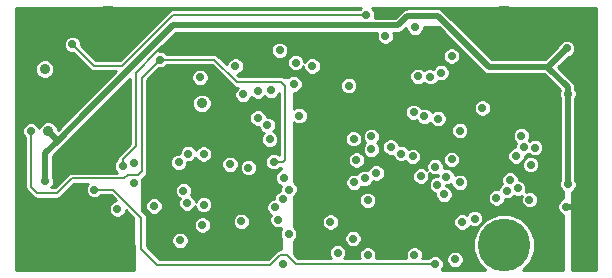
<source format=gbr>
G04 (created by PCBNEW (2013-mar-13)-testing) date Mon 17 Mar 2014 10:10:55 PM CET*
%MOIN*%
G04 Gerber Fmt 3.4, Leading zero omitted, Abs format*
%FSLAX34Y34*%
G01*
G70*
G90*
G04 APERTURE LIST*
%ADD10C,0.005906*%
%ADD11C,0.175197*%
%ADD12C,0.027795*%
%ADD13C,0.035433*%
%ADD14C,0.008000*%
%ADD15C,0.020000*%
%ADD16C,0.014000*%
%ADD17C,0.010000*%
G04 APERTURE END LIST*
G54D10*
G54D11*
X29035Y-11220D03*
X29035Y-18307D03*
X15846Y-18307D03*
X15846Y-11220D03*
G54D12*
X28051Y-17421D03*
X27637Y-17539D03*
X21141Y-14311D03*
X29685Y-15039D03*
X29429Y-15334D03*
X16141Y-17106D03*
X21673Y-18937D03*
X26732Y-18937D03*
X15374Y-16456D03*
X14645Y-11614D03*
X24448Y-10629D03*
X26830Y-14094D03*
X26377Y-14015D03*
X26023Y-13877D03*
X27106Y-16023D03*
X26732Y-15688D03*
X26574Y-12696D03*
X26161Y-12677D03*
X24780Y-15900D03*
X27559Y-16220D03*
X21259Y-13149D03*
X29232Y-16141D03*
X27283Y-12007D03*
X27283Y-15452D03*
X25078Y-11338D03*
X26929Y-12559D03*
X26062Y-11043D03*
X27559Y-14488D03*
X24015Y-14763D03*
X21220Y-14780D03*
X18464Y-16909D03*
X24488Y-16811D03*
X18188Y-15551D03*
X24606Y-15118D03*
X20511Y-15728D03*
X16685Y-15559D03*
X18346Y-16496D03*
X18503Y-15255D03*
X19901Y-15610D03*
X24606Y-14685D03*
X24035Y-16220D03*
X21397Y-17047D03*
X24389Y-16082D03*
X21653Y-16771D03*
X21850Y-17933D03*
X23484Y-18562D03*
X18110Y-15944D03*
X18917Y-13149D03*
X19094Y-16279D03*
X20925Y-16279D03*
X20157Y-13622D03*
X27027Y-16614D03*
X28779Y-16732D03*
X26811Y-16299D03*
X29133Y-16496D03*
X23996Y-18090D03*
X23248Y-17539D03*
X29488Y-16417D03*
X29881Y-16791D03*
X30059Y-15059D03*
X29921Y-15629D03*
X25610Y-15255D03*
X20826Y-13169D03*
X20334Y-13287D03*
X25255Y-15039D03*
G54D13*
X13838Y-14507D03*
G54D12*
X31122Y-11751D03*
X31161Y-13267D03*
X31161Y-16279D03*
X13740Y-16181D03*
X13267Y-14507D03*
X17559Y-12125D03*
X21358Y-15531D03*
X24114Y-15472D03*
G54D13*
X13720Y-12440D03*
G54D12*
X25984Y-15354D03*
X20078Y-12342D03*
X15586Y-14826D03*
X18897Y-12716D03*
X19023Y-16960D03*
G54D13*
X13740Y-12933D03*
X14212Y-10748D03*
G54D12*
X17362Y-17007D03*
X22204Y-13996D03*
X20826Y-14074D03*
X19015Y-15275D03*
X21870Y-16456D03*
G54D13*
X18956Y-13582D03*
G54D12*
X16692Y-16240D03*
X20275Y-17519D03*
X18228Y-18149D03*
X26259Y-16003D03*
X27401Y-18779D03*
X21555Y-11811D03*
X24488Y-18641D03*
X22027Y-12933D03*
X28307Y-13740D03*
X29606Y-14665D03*
X21692Y-16062D03*
X23858Y-12992D03*
X31102Y-12500D03*
X31102Y-17027D03*
X13779Y-17027D03*
X26043Y-18641D03*
X22637Y-12342D03*
X22086Y-12224D03*
X18976Y-17637D03*
X21496Y-17460D03*
X16318Y-15669D03*
X29606Y-14173D03*
G54D13*
X22066Y-11791D03*
G54D12*
X29232Y-12775D03*
X23858Y-13740D03*
X22480Y-17539D03*
X27874Y-17913D03*
X25118Y-18641D03*
G54D14*
X26732Y-18937D02*
X22086Y-18937D01*
X22086Y-18937D02*
X21968Y-18818D01*
X21968Y-18818D02*
X21929Y-18779D01*
X16003Y-16456D02*
X15374Y-16456D01*
X16948Y-17401D02*
X16003Y-16456D01*
X16948Y-18425D02*
X16948Y-17401D01*
X17480Y-18956D02*
X16948Y-18425D01*
X21240Y-18956D02*
X17480Y-18956D01*
X21555Y-18641D02*
X21240Y-18956D01*
X21791Y-18641D02*
X21555Y-18641D01*
X21929Y-18779D02*
X21791Y-18641D01*
X15374Y-12322D02*
X15354Y-12322D01*
X15354Y-12322D02*
X14645Y-11614D01*
X24448Y-10629D02*
X17992Y-10629D01*
X16299Y-12322D02*
X15374Y-12322D01*
X17992Y-10629D02*
X16299Y-12322D01*
G54D15*
X14153Y-14822D02*
X13838Y-14507D01*
X26929Y-10767D02*
X26830Y-10669D01*
X15157Y-13818D02*
X17578Y-11397D01*
X17578Y-11397D02*
X17893Y-11082D01*
X15157Y-13818D02*
X14153Y-14822D01*
X26830Y-10669D02*
X25807Y-10669D01*
X25807Y-10669D02*
X25492Y-10984D01*
X25492Y-10984D02*
X17992Y-10984D01*
X17992Y-10984D02*
X17893Y-11082D01*
X26929Y-10767D02*
X28523Y-12362D01*
X30511Y-12362D02*
X28523Y-12362D01*
X14153Y-14822D02*
X13740Y-15236D01*
X13740Y-15236D02*
X13740Y-16181D01*
X30511Y-12362D02*
X31122Y-11751D01*
X30511Y-12362D02*
X30511Y-12401D01*
X31161Y-13051D02*
X31161Y-13267D01*
X30511Y-12401D02*
X31161Y-13051D01*
X31161Y-16279D02*
X31161Y-13267D01*
G54D16*
X13740Y-15236D02*
X13740Y-16181D01*
G54D14*
X16482Y-15978D02*
X16828Y-15978D01*
X16952Y-15854D02*
X16952Y-12732D01*
X16828Y-15978D02*
X16952Y-15854D01*
X17559Y-12125D02*
X19370Y-12125D01*
X19370Y-12125D02*
X20118Y-12874D01*
X15787Y-16082D02*
X16377Y-16082D01*
X16377Y-16082D02*
X16482Y-15978D01*
X17559Y-12125D02*
X16952Y-12732D01*
X13267Y-14507D02*
X13267Y-16377D01*
X13464Y-16574D02*
X13267Y-16377D01*
X14133Y-16574D02*
X13464Y-16574D01*
X14625Y-16082D02*
X14133Y-16574D01*
X14822Y-16082D02*
X14625Y-16082D01*
X15787Y-16082D02*
X14822Y-16082D01*
X21673Y-15531D02*
X21732Y-15472D01*
X21358Y-15531D02*
X21673Y-15531D01*
X21614Y-12874D02*
X20118Y-12874D01*
X21732Y-12992D02*
X21614Y-12874D01*
X21732Y-15472D02*
X21732Y-12992D01*
G54D15*
X31102Y-17027D02*
X31358Y-17027D01*
G54D14*
X17431Y-11879D02*
X17952Y-11358D01*
X17952Y-11358D02*
X21279Y-11358D01*
X16318Y-15669D02*
X16318Y-15452D01*
X16751Y-15019D02*
X16751Y-12559D01*
X16318Y-15452D02*
X16751Y-15019D01*
X21633Y-11358D02*
X22066Y-11791D01*
X21279Y-11358D02*
X21633Y-11358D01*
X16751Y-12559D02*
X17431Y-11879D01*
G54D10*
G36*
X21603Y-18451D02*
X21555Y-18451D01*
X21555Y-18451D01*
X21543Y-18454D01*
X21482Y-18466D01*
X21420Y-18507D01*
X21420Y-18507D01*
X21161Y-18766D01*
X20800Y-18766D01*
X20800Y-15671D01*
X20756Y-15564D01*
X20675Y-15483D01*
X20569Y-15439D01*
X20454Y-15439D01*
X20348Y-15483D01*
X20266Y-15564D01*
X20222Y-15670D01*
X20222Y-15785D01*
X20266Y-15891D01*
X20347Y-15973D01*
X20454Y-16017D01*
X20569Y-16017D01*
X20675Y-15973D01*
X20756Y-15892D01*
X20800Y-15786D01*
X20800Y-15671D01*
X20800Y-18766D01*
X20564Y-18766D01*
X20564Y-17462D01*
X20520Y-17356D01*
X20439Y-17274D01*
X20333Y-17230D01*
X20218Y-17230D01*
X20190Y-17242D01*
X20190Y-15553D01*
X20146Y-15446D01*
X20065Y-15365D01*
X19959Y-15321D01*
X19844Y-15321D01*
X19738Y-15365D01*
X19656Y-15446D01*
X19612Y-15552D01*
X19612Y-15667D01*
X19656Y-15773D01*
X19737Y-15855D01*
X19843Y-15899D01*
X19958Y-15899D01*
X20065Y-15855D01*
X20146Y-15774D01*
X20190Y-15667D01*
X20190Y-15553D01*
X20190Y-17242D01*
X20112Y-17274D01*
X20030Y-17355D01*
X19986Y-17461D01*
X19986Y-17576D01*
X20030Y-17683D01*
X20111Y-17764D01*
X20217Y-17808D01*
X20332Y-17808D01*
X20439Y-17764D01*
X20520Y-17683D01*
X20564Y-17577D01*
X20564Y-17462D01*
X20564Y-18766D01*
X19312Y-18766D01*
X19312Y-16903D01*
X19304Y-16884D01*
X19304Y-15218D01*
X19283Y-15167D01*
X19283Y-13517D01*
X19234Y-13397D01*
X19186Y-13349D01*
X19186Y-12659D01*
X19142Y-12553D01*
X19061Y-12471D01*
X18955Y-12427D01*
X18840Y-12427D01*
X18734Y-12471D01*
X18652Y-12552D01*
X18608Y-12658D01*
X18608Y-12773D01*
X18652Y-12880D01*
X18733Y-12961D01*
X18839Y-13005D01*
X18954Y-13005D01*
X19061Y-12961D01*
X19142Y-12880D01*
X19186Y-12774D01*
X19186Y-12659D01*
X19186Y-13349D01*
X19142Y-13305D01*
X19022Y-13255D01*
X18891Y-13255D01*
X18771Y-13305D01*
X18679Y-13397D01*
X18629Y-13517D01*
X18629Y-13647D01*
X18679Y-13767D01*
X18771Y-13859D01*
X18891Y-13909D01*
X19021Y-13909D01*
X19141Y-13860D01*
X19233Y-13768D01*
X19283Y-13648D01*
X19283Y-13517D01*
X19283Y-15167D01*
X19260Y-15112D01*
X19179Y-15030D01*
X19073Y-14986D01*
X18958Y-14986D01*
X18852Y-15030D01*
X18770Y-15111D01*
X18763Y-15128D01*
X18749Y-15092D01*
X18667Y-15011D01*
X18561Y-14966D01*
X18446Y-14966D01*
X18340Y-15010D01*
X18259Y-15091D01*
X18215Y-15198D01*
X18214Y-15262D01*
X18131Y-15262D01*
X18025Y-15306D01*
X17944Y-15387D01*
X17900Y-15493D01*
X17899Y-15608D01*
X17943Y-15714D01*
X18025Y-15796D01*
X18131Y-15840D01*
X18246Y-15840D01*
X18352Y-15796D01*
X18433Y-15715D01*
X18477Y-15608D01*
X18477Y-15544D01*
X18561Y-15544D01*
X18667Y-15501D01*
X18748Y-15419D01*
X18755Y-15403D01*
X18770Y-15439D01*
X18851Y-15520D01*
X18958Y-15564D01*
X19072Y-15564D01*
X19179Y-15520D01*
X19260Y-15439D01*
X19304Y-15333D01*
X19304Y-15218D01*
X19304Y-16884D01*
X19268Y-16797D01*
X19187Y-16715D01*
X19081Y-16671D01*
X18966Y-16671D01*
X18860Y-16715D01*
X18778Y-16796D01*
X18753Y-16857D01*
X18753Y-16852D01*
X18709Y-16745D01*
X18628Y-16664D01*
X18595Y-16650D01*
X18635Y-16553D01*
X18635Y-16438D01*
X18591Y-16332D01*
X18510Y-16251D01*
X18404Y-16207D01*
X18289Y-16207D01*
X18182Y-16250D01*
X18101Y-16332D01*
X18057Y-16438D01*
X18057Y-16553D01*
X18101Y-16659D01*
X18182Y-16740D01*
X18215Y-16754D01*
X18175Y-16851D01*
X18175Y-16966D01*
X18219Y-17072D01*
X18300Y-17154D01*
X18406Y-17198D01*
X18521Y-17198D01*
X18628Y-17154D01*
X18709Y-17073D01*
X18734Y-17012D01*
X18734Y-17017D01*
X18778Y-17124D01*
X18859Y-17205D01*
X18965Y-17249D01*
X19080Y-17249D01*
X19187Y-17205D01*
X19268Y-17124D01*
X19312Y-17018D01*
X19312Y-16903D01*
X19312Y-18766D01*
X19265Y-18766D01*
X19265Y-17580D01*
X19221Y-17474D01*
X19140Y-17392D01*
X19034Y-17348D01*
X18919Y-17348D01*
X18812Y-17392D01*
X18731Y-17473D01*
X18687Y-17580D01*
X18687Y-17695D01*
X18731Y-17801D01*
X18812Y-17882D01*
X18918Y-17926D01*
X19033Y-17926D01*
X19139Y-17882D01*
X19221Y-17801D01*
X19265Y-17695D01*
X19265Y-17580D01*
X19265Y-18766D01*
X18517Y-18766D01*
X18517Y-18092D01*
X18473Y-17986D01*
X18392Y-17904D01*
X18286Y-17860D01*
X18171Y-17860D01*
X18064Y-17904D01*
X17983Y-17985D01*
X17939Y-18091D01*
X17939Y-18206D01*
X17983Y-18313D01*
X18064Y-18394D01*
X18170Y-18438D01*
X18285Y-18438D01*
X18391Y-18394D01*
X18473Y-18313D01*
X18517Y-18207D01*
X18517Y-18092D01*
X18517Y-18766D01*
X17651Y-18766D01*
X17651Y-16950D01*
X17607Y-16844D01*
X17526Y-16763D01*
X17419Y-16718D01*
X17304Y-16718D01*
X17198Y-16762D01*
X17117Y-16843D01*
X17073Y-16950D01*
X17073Y-17065D01*
X17117Y-17171D01*
X17198Y-17252D01*
X17304Y-17296D01*
X17419Y-17296D01*
X17525Y-17252D01*
X17607Y-17171D01*
X17651Y-17065D01*
X17651Y-16950D01*
X17651Y-18766D01*
X17559Y-18766D01*
X17138Y-18346D01*
X17138Y-17401D01*
X17124Y-17328D01*
X17083Y-17267D01*
X17083Y-17267D01*
X16978Y-17162D01*
X16977Y-16308D01*
X16981Y-16297D01*
X16981Y-16182D01*
X16977Y-16171D01*
X16977Y-16098D01*
X17087Y-15988D01*
X17128Y-15927D01*
X17142Y-15854D01*
X17142Y-12810D01*
X17538Y-12414D01*
X17616Y-12415D01*
X17722Y-12371D01*
X17777Y-12315D01*
X19291Y-12315D01*
X19983Y-13008D01*
X19983Y-13008D01*
X20045Y-13049D01*
X20118Y-13064D01*
X20118Y-13064D01*
X20118Y-13064D01*
X20149Y-13064D01*
X20089Y-13123D01*
X20045Y-13229D01*
X20045Y-13344D01*
X20089Y-13450D01*
X20170Y-13532D01*
X20276Y-13576D01*
X20391Y-13576D01*
X20498Y-13532D01*
X20579Y-13451D01*
X20614Y-13366D01*
X20662Y-13414D01*
X20769Y-13458D01*
X20884Y-13458D01*
X20990Y-13414D01*
X21053Y-13351D01*
X21095Y-13394D01*
X21202Y-13438D01*
X21317Y-13438D01*
X21423Y-13394D01*
X21504Y-13313D01*
X21542Y-13222D01*
X21542Y-15306D01*
X21522Y-15286D01*
X21509Y-15281D01*
X21509Y-14722D01*
X21465Y-14616D01*
X21383Y-14535D01*
X21343Y-14518D01*
X21386Y-14474D01*
X21430Y-14368D01*
X21430Y-14253D01*
X21386Y-14147D01*
X21305Y-14066D01*
X21199Y-14022D01*
X21115Y-14022D01*
X21115Y-14017D01*
X21071Y-13911D01*
X20990Y-13829D01*
X20884Y-13785D01*
X20769Y-13785D01*
X20663Y-13829D01*
X20581Y-13910D01*
X20537Y-14017D01*
X20537Y-14132D01*
X20581Y-14238D01*
X20662Y-14319D01*
X20769Y-14363D01*
X20852Y-14363D01*
X20852Y-14368D01*
X20896Y-14474D01*
X20977Y-14555D01*
X21018Y-14572D01*
X20975Y-14616D01*
X20931Y-14722D01*
X20930Y-14837D01*
X20974Y-14943D01*
X21056Y-15024D01*
X21162Y-15068D01*
X21277Y-15069D01*
X21383Y-15025D01*
X21464Y-14943D01*
X21508Y-14837D01*
X21509Y-14722D01*
X21509Y-15281D01*
X21416Y-15242D01*
X21301Y-15242D01*
X21194Y-15286D01*
X21113Y-15367D01*
X21069Y-15473D01*
X21069Y-15588D01*
X21113Y-15694D01*
X21194Y-15776D01*
X21300Y-15820D01*
X21415Y-15820D01*
X21521Y-15776D01*
X21576Y-15721D01*
X21603Y-15721D01*
X21603Y-15787D01*
X21529Y-15817D01*
X21448Y-15899D01*
X21403Y-16005D01*
X21403Y-16120D01*
X21447Y-16226D01*
X21529Y-16307D01*
X21603Y-16338D01*
X21603Y-16345D01*
X21581Y-16398D01*
X21581Y-16488D01*
X21490Y-16526D01*
X21408Y-16607D01*
X21364Y-16713D01*
X21364Y-16758D01*
X21340Y-16758D01*
X21234Y-16802D01*
X21152Y-16883D01*
X21108Y-16989D01*
X21108Y-17104D01*
X21152Y-17210D01*
X21233Y-17292D01*
X21250Y-17298D01*
X21207Y-17402D01*
X21207Y-17517D01*
X21250Y-17624D01*
X21332Y-17705D01*
X21438Y-17749D01*
X21553Y-17749D01*
X21603Y-17728D01*
X21603Y-17774D01*
X21561Y-17875D01*
X21561Y-17990D01*
X21603Y-18092D01*
X21603Y-18451D01*
X21603Y-18451D01*
G37*
G54D17*
X21603Y-18451D02*
X21555Y-18451D01*
X21555Y-18451D01*
X21543Y-18454D01*
X21482Y-18466D01*
X21420Y-18507D01*
X21420Y-18507D01*
X21161Y-18766D01*
X20800Y-18766D01*
X20800Y-15671D01*
X20756Y-15564D01*
X20675Y-15483D01*
X20569Y-15439D01*
X20454Y-15439D01*
X20348Y-15483D01*
X20266Y-15564D01*
X20222Y-15670D01*
X20222Y-15785D01*
X20266Y-15891D01*
X20347Y-15973D01*
X20454Y-16017D01*
X20569Y-16017D01*
X20675Y-15973D01*
X20756Y-15892D01*
X20800Y-15786D01*
X20800Y-15671D01*
X20800Y-18766D01*
X20564Y-18766D01*
X20564Y-17462D01*
X20520Y-17356D01*
X20439Y-17274D01*
X20333Y-17230D01*
X20218Y-17230D01*
X20190Y-17242D01*
X20190Y-15553D01*
X20146Y-15446D01*
X20065Y-15365D01*
X19959Y-15321D01*
X19844Y-15321D01*
X19738Y-15365D01*
X19656Y-15446D01*
X19612Y-15552D01*
X19612Y-15667D01*
X19656Y-15773D01*
X19737Y-15855D01*
X19843Y-15899D01*
X19958Y-15899D01*
X20065Y-15855D01*
X20146Y-15774D01*
X20190Y-15667D01*
X20190Y-15553D01*
X20190Y-17242D01*
X20112Y-17274D01*
X20030Y-17355D01*
X19986Y-17461D01*
X19986Y-17576D01*
X20030Y-17683D01*
X20111Y-17764D01*
X20217Y-17808D01*
X20332Y-17808D01*
X20439Y-17764D01*
X20520Y-17683D01*
X20564Y-17577D01*
X20564Y-17462D01*
X20564Y-18766D01*
X19312Y-18766D01*
X19312Y-16903D01*
X19304Y-16884D01*
X19304Y-15218D01*
X19283Y-15167D01*
X19283Y-13517D01*
X19234Y-13397D01*
X19186Y-13349D01*
X19186Y-12659D01*
X19142Y-12553D01*
X19061Y-12471D01*
X18955Y-12427D01*
X18840Y-12427D01*
X18734Y-12471D01*
X18652Y-12552D01*
X18608Y-12658D01*
X18608Y-12773D01*
X18652Y-12880D01*
X18733Y-12961D01*
X18839Y-13005D01*
X18954Y-13005D01*
X19061Y-12961D01*
X19142Y-12880D01*
X19186Y-12774D01*
X19186Y-12659D01*
X19186Y-13349D01*
X19142Y-13305D01*
X19022Y-13255D01*
X18891Y-13255D01*
X18771Y-13305D01*
X18679Y-13397D01*
X18629Y-13517D01*
X18629Y-13647D01*
X18679Y-13767D01*
X18771Y-13859D01*
X18891Y-13909D01*
X19021Y-13909D01*
X19141Y-13860D01*
X19233Y-13768D01*
X19283Y-13648D01*
X19283Y-13517D01*
X19283Y-15167D01*
X19260Y-15112D01*
X19179Y-15030D01*
X19073Y-14986D01*
X18958Y-14986D01*
X18852Y-15030D01*
X18770Y-15111D01*
X18763Y-15128D01*
X18749Y-15092D01*
X18667Y-15011D01*
X18561Y-14966D01*
X18446Y-14966D01*
X18340Y-15010D01*
X18259Y-15091D01*
X18215Y-15198D01*
X18214Y-15262D01*
X18131Y-15262D01*
X18025Y-15306D01*
X17944Y-15387D01*
X17900Y-15493D01*
X17899Y-15608D01*
X17943Y-15714D01*
X18025Y-15796D01*
X18131Y-15840D01*
X18246Y-15840D01*
X18352Y-15796D01*
X18433Y-15715D01*
X18477Y-15608D01*
X18477Y-15544D01*
X18561Y-15544D01*
X18667Y-15501D01*
X18748Y-15419D01*
X18755Y-15403D01*
X18770Y-15439D01*
X18851Y-15520D01*
X18958Y-15564D01*
X19072Y-15564D01*
X19179Y-15520D01*
X19260Y-15439D01*
X19304Y-15333D01*
X19304Y-15218D01*
X19304Y-16884D01*
X19268Y-16797D01*
X19187Y-16715D01*
X19081Y-16671D01*
X18966Y-16671D01*
X18860Y-16715D01*
X18778Y-16796D01*
X18753Y-16857D01*
X18753Y-16852D01*
X18709Y-16745D01*
X18628Y-16664D01*
X18595Y-16650D01*
X18635Y-16553D01*
X18635Y-16438D01*
X18591Y-16332D01*
X18510Y-16251D01*
X18404Y-16207D01*
X18289Y-16207D01*
X18182Y-16250D01*
X18101Y-16332D01*
X18057Y-16438D01*
X18057Y-16553D01*
X18101Y-16659D01*
X18182Y-16740D01*
X18215Y-16754D01*
X18175Y-16851D01*
X18175Y-16966D01*
X18219Y-17072D01*
X18300Y-17154D01*
X18406Y-17198D01*
X18521Y-17198D01*
X18628Y-17154D01*
X18709Y-17073D01*
X18734Y-17012D01*
X18734Y-17017D01*
X18778Y-17124D01*
X18859Y-17205D01*
X18965Y-17249D01*
X19080Y-17249D01*
X19187Y-17205D01*
X19268Y-17124D01*
X19312Y-17018D01*
X19312Y-16903D01*
X19312Y-18766D01*
X19265Y-18766D01*
X19265Y-17580D01*
X19221Y-17474D01*
X19140Y-17392D01*
X19034Y-17348D01*
X18919Y-17348D01*
X18812Y-17392D01*
X18731Y-17473D01*
X18687Y-17580D01*
X18687Y-17695D01*
X18731Y-17801D01*
X18812Y-17882D01*
X18918Y-17926D01*
X19033Y-17926D01*
X19139Y-17882D01*
X19221Y-17801D01*
X19265Y-17695D01*
X19265Y-17580D01*
X19265Y-18766D01*
X18517Y-18766D01*
X18517Y-18092D01*
X18473Y-17986D01*
X18392Y-17904D01*
X18286Y-17860D01*
X18171Y-17860D01*
X18064Y-17904D01*
X17983Y-17985D01*
X17939Y-18091D01*
X17939Y-18206D01*
X17983Y-18313D01*
X18064Y-18394D01*
X18170Y-18438D01*
X18285Y-18438D01*
X18391Y-18394D01*
X18473Y-18313D01*
X18517Y-18207D01*
X18517Y-18092D01*
X18517Y-18766D01*
X17651Y-18766D01*
X17651Y-16950D01*
X17607Y-16844D01*
X17526Y-16763D01*
X17419Y-16718D01*
X17304Y-16718D01*
X17198Y-16762D01*
X17117Y-16843D01*
X17073Y-16950D01*
X17073Y-17065D01*
X17117Y-17171D01*
X17198Y-17252D01*
X17304Y-17296D01*
X17419Y-17296D01*
X17525Y-17252D01*
X17607Y-17171D01*
X17651Y-17065D01*
X17651Y-16950D01*
X17651Y-18766D01*
X17559Y-18766D01*
X17138Y-18346D01*
X17138Y-17401D01*
X17124Y-17328D01*
X17083Y-17267D01*
X17083Y-17267D01*
X16978Y-17162D01*
X16977Y-16308D01*
X16981Y-16297D01*
X16981Y-16182D01*
X16977Y-16171D01*
X16977Y-16098D01*
X17087Y-15988D01*
X17128Y-15927D01*
X17142Y-15854D01*
X17142Y-12810D01*
X17538Y-12414D01*
X17616Y-12415D01*
X17722Y-12371D01*
X17777Y-12315D01*
X19291Y-12315D01*
X19983Y-13008D01*
X19983Y-13008D01*
X20045Y-13049D01*
X20118Y-13064D01*
X20118Y-13064D01*
X20118Y-13064D01*
X20149Y-13064D01*
X20089Y-13123D01*
X20045Y-13229D01*
X20045Y-13344D01*
X20089Y-13450D01*
X20170Y-13532D01*
X20276Y-13576D01*
X20391Y-13576D01*
X20498Y-13532D01*
X20579Y-13451D01*
X20614Y-13366D01*
X20662Y-13414D01*
X20769Y-13458D01*
X20884Y-13458D01*
X20990Y-13414D01*
X21053Y-13351D01*
X21095Y-13394D01*
X21202Y-13438D01*
X21317Y-13438D01*
X21423Y-13394D01*
X21504Y-13313D01*
X21542Y-13222D01*
X21542Y-15306D01*
X21522Y-15286D01*
X21509Y-15281D01*
X21509Y-14722D01*
X21465Y-14616D01*
X21383Y-14535D01*
X21343Y-14518D01*
X21386Y-14474D01*
X21430Y-14368D01*
X21430Y-14253D01*
X21386Y-14147D01*
X21305Y-14066D01*
X21199Y-14022D01*
X21115Y-14022D01*
X21115Y-14017D01*
X21071Y-13911D01*
X20990Y-13829D01*
X20884Y-13785D01*
X20769Y-13785D01*
X20663Y-13829D01*
X20581Y-13910D01*
X20537Y-14017D01*
X20537Y-14132D01*
X20581Y-14238D01*
X20662Y-14319D01*
X20769Y-14363D01*
X20852Y-14363D01*
X20852Y-14368D01*
X20896Y-14474D01*
X20977Y-14555D01*
X21018Y-14572D01*
X20975Y-14616D01*
X20931Y-14722D01*
X20930Y-14837D01*
X20974Y-14943D01*
X21056Y-15024D01*
X21162Y-15068D01*
X21277Y-15069D01*
X21383Y-15025D01*
X21464Y-14943D01*
X21508Y-14837D01*
X21509Y-14722D01*
X21509Y-15281D01*
X21416Y-15242D01*
X21301Y-15242D01*
X21194Y-15286D01*
X21113Y-15367D01*
X21069Y-15473D01*
X21069Y-15588D01*
X21113Y-15694D01*
X21194Y-15776D01*
X21300Y-15820D01*
X21415Y-15820D01*
X21521Y-15776D01*
X21576Y-15721D01*
X21603Y-15721D01*
X21603Y-15787D01*
X21529Y-15817D01*
X21448Y-15899D01*
X21403Y-16005D01*
X21403Y-16120D01*
X21447Y-16226D01*
X21529Y-16307D01*
X21603Y-16338D01*
X21603Y-16345D01*
X21581Y-16398D01*
X21581Y-16488D01*
X21490Y-16526D01*
X21408Y-16607D01*
X21364Y-16713D01*
X21364Y-16758D01*
X21340Y-16758D01*
X21234Y-16802D01*
X21152Y-16883D01*
X21108Y-16989D01*
X21108Y-17104D01*
X21152Y-17210D01*
X21233Y-17292D01*
X21250Y-17298D01*
X21207Y-17402D01*
X21207Y-17517D01*
X21250Y-17624D01*
X21332Y-17705D01*
X21438Y-17749D01*
X21553Y-17749D01*
X21603Y-17728D01*
X21603Y-17774D01*
X21561Y-17875D01*
X21561Y-17990D01*
X21603Y-18092D01*
X21603Y-18451D01*
G54D10*
G36*
X31012Y-19121D02*
X30348Y-19121D01*
X30348Y-15001D01*
X30304Y-14895D01*
X30222Y-14814D01*
X30116Y-14770D01*
X30001Y-14770D01*
X29895Y-14813D01*
X29881Y-14827D01*
X29860Y-14806D01*
X29895Y-14723D01*
X29895Y-14608D01*
X29851Y-14501D01*
X29770Y-14420D01*
X29664Y-14376D01*
X29549Y-14376D01*
X29442Y-14420D01*
X29361Y-14501D01*
X29317Y-14607D01*
X29317Y-14722D01*
X29361Y-14828D01*
X29430Y-14898D01*
X29396Y-14981D01*
X29396Y-15045D01*
X29371Y-15045D01*
X29265Y-15089D01*
X29184Y-15170D01*
X29140Y-15276D01*
X29140Y-15391D01*
X29184Y-15498D01*
X29265Y-15579D01*
X29371Y-15623D01*
X29486Y-15623D01*
X29592Y-15579D01*
X29655Y-15517D01*
X29632Y-15572D01*
X29632Y-15687D01*
X29676Y-15793D01*
X29757Y-15874D01*
X29863Y-15918D01*
X29978Y-15918D01*
X30084Y-15875D01*
X30166Y-15793D01*
X30210Y-15687D01*
X30210Y-15572D01*
X30166Y-15466D01*
X30085Y-15385D01*
X29978Y-15340D01*
X29864Y-15340D01*
X29757Y-15384D01*
X29695Y-15447D01*
X29718Y-15392D01*
X29718Y-15328D01*
X29742Y-15328D01*
X29848Y-15284D01*
X29862Y-15270D01*
X29895Y-15303D01*
X30001Y-15347D01*
X30116Y-15348D01*
X30222Y-15304D01*
X30303Y-15222D01*
X30347Y-15116D01*
X30348Y-15001D01*
X30348Y-19121D01*
X30170Y-19121D01*
X30170Y-16734D01*
X30127Y-16627D01*
X30045Y-16546D01*
X29939Y-16502D01*
X29824Y-16502D01*
X29753Y-16531D01*
X29777Y-16475D01*
X29777Y-16360D01*
X29733Y-16253D01*
X29652Y-16172D01*
X29545Y-16128D01*
X29521Y-16128D01*
X29521Y-16084D01*
X29477Y-15978D01*
X29396Y-15896D01*
X29290Y-15852D01*
X29175Y-15852D01*
X29068Y-15896D01*
X28987Y-15977D01*
X28943Y-16083D01*
X28943Y-16198D01*
X28966Y-16254D01*
X28889Y-16332D01*
X28844Y-16438D01*
X28844Y-16446D01*
X28837Y-16443D01*
X28722Y-16443D01*
X28616Y-16487D01*
X28596Y-16507D01*
X28596Y-13682D01*
X28552Y-13576D01*
X28470Y-13495D01*
X28364Y-13451D01*
X28249Y-13451D01*
X28143Y-13495D01*
X28062Y-13576D01*
X28018Y-13682D01*
X28018Y-13797D01*
X28061Y-13903D01*
X28143Y-13984D01*
X28249Y-14029D01*
X28364Y-14029D01*
X28470Y-13985D01*
X28551Y-13904D01*
X28596Y-13797D01*
X28596Y-13682D01*
X28596Y-16507D01*
X28534Y-16568D01*
X28490Y-16674D01*
X28490Y-16789D01*
X28534Y-16895D01*
X28615Y-16977D01*
X28721Y-17021D01*
X28836Y-17021D01*
X28943Y-16977D01*
X29024Y-16896D01*
X29068Y-16790D01*
X29068Y-16781D01*
X29076Y-16784D01*
X29191Y-16785D01*
X29297Y-16741D01*
X29361Y-16677D01*
X29430Y-16706D01*
X29545Y-16706D01*
X29616Y-16676D01*
X29592Y-16733D01*
X29592Y-16848D01*
X29636Y-16954D01*
X29717Y-17036D01*
X29824Y-17080D01*
X29939Y-17080D01*
X30045Y-17036D01*
X30126Y-16955D01*
X30170Y-16849D01*
X30170Y-16734D01*
X30170Y-19121D01*
X29671Y-19121D01*
X29904Y-18889D01*
X30061Y-18512D01*
X30061Y-18103D01*
X29905Y-17726D01*
X29617Y-17437D01*
X29240Y-17281D01*
X28832Y-17280D01*
X28455Y-17436D01*
X28340Y-17551D01*
X28340Y-17364D01*
X28296Y-17257D01*
X28215Y-17176D01*
X28108Y-17132D01*
X27993Y-17132D01*
X27887Y-17176D01*
X27848Y-17215D01*
X27848Y-16163D01*
X27848Y-14430D01*
X27804Y-14324D01*
X27722Y-14243D01*
X27616Y-14199D01*
X27572Y-14199D01*
X27572Y-11950D01*
X27528Y-11844D01*
X27447Y-11763D01*
X27341Y-11718D01*
X27226Y-11718D01*
X27119Y-11762D01*
X27038Y-11843D01*
X26994Y-11950D01*
X26994Y-12065D01*
X27038Y-12171D01*
X27119Y-12252D01*
X27225Y-12296D01*
X27340Y-12296D01*
X27446Y-12252D01*
X27528Y-12171D01*
X27572Y-12065D01*
X27572Y-11950D01*
X27572Y-14199D01*
X27501Y-14199D01*
X27395Y-14243D01*
X27314Y-14324D01*
X27270Y-14430D01*
X27270Y-14545D01*
X27313Y-14651D01*
X27395Y-14733D01*
X27501Y-14777D01*
X27616Y-14777D01*
X27722Y-14733D01*
X27803Y-14652D01*
X27847Y-14545D01*
X27848Y-14430D01*
X27848Y-16163D01*
X27804Y-16056D01*
X27722Y-15975D01*
X27616Y-15931D01*
X27572Y-15931D01*
X27572Y-15395D01*
X27528Y-15289D01*
X27447Y-15207D01*
X27341Y-15163D01*
X27226Y-15163D01*
X27218Y-15167D01*
X27218Y-12501D01*
X27174Y-12395D01*
X27093Y-12314D01*
X26986Y-12270D01*
X26871Y-12270D01*
X26765Y-12313D01*
X26684Y-12395D01*
X26672Y-12424D01*
X26632Y-12407D01*
X26517Y-12407D01*
X26411Y-12451D01*
X26377Y-12485D01*
X26325Y-12432D01*
X26219Y-12388D01*
X26104Y-12388D01*
X25997Y-12432D01*
X25916Y-12513D01*
X25872Y-12619D01*
X25872Y-12734D01*
X25916Y-12840D01*
X25997Y-12922D01*
X26103Y-12966D01*
X26218Y-12966D01*
X26324Y-12922D01*
X26358Y-12888D01*
X26410Y-12941D01*
X26517Y-12985D01*
X26632Y-12985D01*
X26738Y-12941D01*
X26819Y-12860D01*
X26831Y-12831D01*
X26871Y-12847D01*
X26986Y-12848D01*
X27092Y-12804D01*
X27173Y-12722D01*
X27218Y-12616D01*
X27218Y-12501D01*
X27218Y-15167D01*
X27119Y-15207D01*
X27119Y-15207D01*
X27119Y-14037D01*
X27075Y-13931D01*
X26994Y-13849D01*
X26888Y-13805D01*
X26773Y-13805D01*
X26667Y-13849D01*
X26635Y-13881D01*
X26623Y-13852D01*
X26541Y-13770D01*
X26435Y-13726D01*
X26320Y-13726D01*
X26280Y-13743D01*
X26268Y-13714D01*
X26187Y-13633D01*
X26081Y-13589D01*
X25966Y-13588D01*
X25860Y-13632D01*
X25778Y-13714D01*
X25734Y-13820D01*
X25734Y-13935D01*
X25778Y-14041D01*
X25859Y-14122D01*
X25965Y-14166D01*
X26080Y-14166D01*
X26120Y-14150D01*
X26132Y-14179D01*
X26214Y-14260D01*
X26320Y-14304D01*
X26435Y-14304D01*
X26541Y-14260D01*
X26573Y-14228D01*
X26585Y-14257D01*
X26666Y-14339D01*
X26772Y-14383D01*
X26887Y-14383D01*
X26994Y-14339D01*
X27075Y-14258D01*
X27119Y-14152D01*
X27119Y-14037D01*
X27119Y-15207D01*
X27038Y-15288D01*
X26994Y-15395D01*
X26994Y-15509D01*
X27038Y-15616D01*
X27119Y-15697D01*
X27225Y-15741D01*
X27340Y-15741D01*
X27446Y-15697D01*
X27528Y-15616D01*
X27572Y-15510D01*
X27572Y-15395D01*
X27572Y-15931D01*
X27501Y-15931D01*
X27395Y-15975D01*
X27395Y-15975D01*
X27395Y-15966D01*
X27351Y-15860D01*
X27270Y-15778D01*
X27164Y-15734D01*
X27049Y-15734D01*
X27021Y-15746D01*
X27021Y-15631D01*
X26977Y-15525D01*
X26896Y-15444D01*
X26790Y-15400D01*
X26675Y-15399D01*
X26568Y-15443D01*
X26487Y-15525D01*
X26443Y-15631D01*
X26443Y-15746D01*
X26466Y-15801D01*
X26423Y-15759D01*
X26317Y-15715D01*
X26273Y-15714D01*
X26273Y-15297D01*
X26229Y-15190D01*
X26148Y-15109D01*
X26041Y-15065D01*
X25927Y-15065D01*
X25856Y-15094D01*
X25855Y-15092D01*
X25774Y-15011D01*
X25667Y-14966D01*
X25553Y-14966D01*
X25540Y-14971D01*
X25501Y-14875D01*
X25419Y-14794D01*
X25313Y-14750D01*
X25198Y-14750D01*
X25092Y-14794D01*
X25011Y-14875D01*
X24966Y-14981D01*
X24966Y-15096D01*
X25010Y-15202D01*
X25091Y-15284D01*
X25198Y-15328D01*
X25313Y-15328D01*
X25325Y-15323D01*
X25365Y-15419D01*
X25446Y-15500D01*
X25552Y-15544D01*
X25667Y-15544D01*
X25738Y-15515D01*
X25739Y-15517D01*
X25820Y-15599D01*
X25926Y-15643D01*
X26041Y-15643D01*
X26147Y-15599D01*
X26229Y-15518D01*
X26273Y-15412D01*
X26273Y-15297D01*
X26273Y-15714D01*
X26202Y-15714D01*
X26096Y-15758D01*
X26015Y-15840D01*
X25970Y-15946D01*
X25970Y-16061D01*
X26014Y-16167D01*
X26095Y-16248D01*
X26202Y-16292D01*
X26317Y-16292D01*
X26423Y-16249D01*
X26504Y-16167D01*
X26548Y-16061D01*
X26548Y-15946D01*
X26526Y-15891D01*
X26568Y-15933D01*
X26674Y-15977D01*
X26789Y-15978D01*
X26817Y-15966D01*
X26817Y-16010D01*
X26753Y-16010D01*
X26647Y-16054D01*
X26566Y-16135D01*
X26522Y-16241D01*
X26521Y-16356D01*
X26565Y-16462D01*
X26647Y-16544D01*
X26738Y-16582D01*
X26738Y-16671D01*
X26782Y-16777D01*
X26863Y-16859D01*
X26969Y-16903D01*
X27084Y-16903D01*
X27191Y-16859D01*
X27272Y-16778D01*
X27316Y-16671D01*
X27316Y-16556D01*
X27272Y-16450D01*
X27191Y-16369D01*
X27099Y-16331D01*
X27099Y-16312D01*
X27163Y-16312D01*
X27269Y-16268D01*
X27270Y-16268D01*
X27270Y-16277D01*
X27313Y-16383D01*
X27395Y-16465D01*
X27501Y-16509D01*
X27616Y-16509D01*
X27722Y-16465D01*
X27803Y-16384D01*
X27847Y-16278D01*
X27848Y-16163D01*
X27848Y-17215D01*
X27806Y-17257D01*
X27792Y-17290D01*
X27695Y-17250D01*
X27580Y-17250D01*
X27474Y-17294D01*
X27392Y-17375D01*
X27348Y-17481D01*
X27348Y-17596D01*
X27392Y-17702D01*
X27473Y-17784D01*
X27580Y-17828D01*
X27695Y-17828D01*
X27801Y-17784D01*
X27882Y-17703D01*
X27896Y-17669D01*
X27993Y-17710D01*
X28108Y-17710D01*
X28214Y-17666D01*
X28296Y-17585D01*
X28340Y-17478D01*
X28340Y-17364D01*
X28340Y-17551D01*
X28166Y-17725D01*
X28009Y-18102D01*
X28009Y-18510D01*
X28165Y-18887D01*
X28398Y-19121D01*
X27690Y-19121D01*
X27690Y-18722D01*
X27646Y-18616D01*
X27565Y-18534D01*
X27459Y-18490D01*
X27344Y-18490D01*
X27238Y-18534D01*
X27156Y-18615D01*
X27112Y-18721D01*
X27112Y-18836D01*
X27156Y-18943D01*
X27237Y-19024D01*
X27343Y-19068D01*
X27458Y-19068D01*
X27565Y-19024D01*
X27646Y-18943D01*
X27690Y-18837D01*
X27690Y-18722D01*
X27690Y-19121D01*
X26956Y-19121D01*
X26977Y-19100D01*
X27021Y-18994D01*
X27021Y-18879D01*
X26977Y-18773D01*
X26896Y-18692D01*
X26790Y-18648D01*
X26675Y-18647D01*
X26568Y-18691D01*
X26513Y-18747D01*
X26312Y-18747D01*
X26332Y-18699D01*
X26332Y-18584D01*
X26288Y-18478D01*
X26207Y-18396D01*
X26101Y-18352D01*
X25986Y-18352D01*
X25879Y-18396D01*
X25798Y-18477D01*
X25754Y-18583D01*
X25754Y-18698D01*
X25774Y-18747D01*
X25069Y-18747D01*
X25069Y-15842D01*
X25025Y-15736D01*
X24943Y-15655D01*
X24895Y-15634D01*
X24895Y-15060D01*
X24851Y-14954D01*
X24798Y-14901D01*
X24851Y-14848D01*
X24895Y-14742D01*
X24895Y-14627D01*
X24851Y-14521D01*
X24770Y-14440D01*
X24664Y-14396D01*
X24549Y-14396D01*
X24442Y-14439D01*
X24361Y-14521D01*
X24317Y-14627D01*
X24317Y-14742D01*
X24361Y-14848D01*
X24414Y-14901D01*
X24361Y-14954D01*
X24317Y-15060D01*
X24317Y-15175D01*
X24361Y-15281D01*
X24442Y-15362D01*
X24548Y-15407D01*
X24663Y-15407D01*
X24769Y-15363D01*
X24851Y-15282D01*
X24895Y-15175D01*
X24895Y-15060D01*
X24895Y-15634D01*
X24837Y-15611D01*
X24722Y-15610D01*
X24616Y-15654D01*
X24535Y-15736D01*
X24501Y-15816D01*
X24447Y-15793D01*
X24403Y-15793D01*
X24403Y-15415D01*
X24359Y-15308D01*
X24304Y-15254D01*
X24304Y-14706D01*
X24260Y-14600D01*
X24179Y-14518D01*
X24147Y-14505D01*
X24147Y-12934D01*
X24103Y-12828D01*
X24022Y-12747D01*
X23916Y-12703D01*
X23801Y-12703D01*
X23694Y-12747D01*
X23613Y-12828D01*
X23569Y-12934D01*
X23569Y-13049D01*
X23613Y-13155D01*
X23694Y-13236D01*
X23800Y-13281D01*
X23915Y-13281D01*
X24021Y-13237D01*
X24103Y-13156D01*
X24147Y-13049D01*
X24147Y-12934D01*
X24147Y-14505D01*
X24073Y-14474D01*
X23958Y-14474D01*
X23852Y-14518D01*
X23770Y-14599D01*
X23726Y-14706D01*
X23726Y-14821D01*
X23770Y-14927D01*
X23851Y-15008D01*
X23958Y-15052D01*
X24072Y-15052D01*
X24179Y-15008D01*
X24260Y-14927D01*
X24304Y-14821D01*
X24304Y-14706D01*
X24304Y-15254D01*
X24278Y-15227D01*
X24171Y-15183D01*
X24056Y-15183D01*
X23950Y-15227D01*
X23869Y-15308D01*
X23825Y-15414D01*
X23825Y-15529D01*
X23869Y-15635D01*
X23950Y-15717D01*
X24056Y-15761D01*
X24171Y-15761D01*
X24277Y-15717D01*
X24359Y-15636D01*
X24403Y-15530D01*
X24403Y-15415D01*
X24403Y-15793D01*
X24332Y-15793D01*
X24226Y-15837D01*
X24144Y-15918D01*
X24132Y-15947D01*
X24093Y-15931D01*
X23978Y-15931D01*
X23871Y-15975D01*
X23790Y-16056D01*
X23746Y-16162D01*
X23746Y-16277D01*
X23790Y-16383D01*
X23871Y-16465D01*
X23977Y-16509D01*
X24092Y-16509D01*
X24198Y-16465D01*
X24280Y-16384D01*
X24292Y-16355D01*
X24332Y-16371D01*
X24446Y-16371D01*
X24553Y-16327D01*
X24634Y-16246D01*
X24667Y-16166D01*
X24722Y-16188D01*
X24837Y-16189D01*
X24943Y-16145D01*
X25024Y-16063D01*
X25068Y-15957D01*
X25069Y-15842D01*
X25069Y-18747D01*
X24757Y-18747D01*
X24777Y-18699D01*
X24777Y-18584D01*
X24777Y-16753D01*
X24733Y-16647D01*
X24652Y-16566D01*
X24545Y-16522D01*
X24430Y-16521D01*
X24324Y-16565D01*
X24243Y-16647D01*
X24199Y-16753D01*
X24199Y-16868D01*
X24243Y-16974D01*
X24324Y-17055D01*
X24430Y-17099D01*
X24545Y-17100D01*
X24651Y-17056D01*
X24733Y-16974D01*
X24777Y-16868D01*
X24777Y-16753D01*
X24777Y-18584D01*
X24733Y-18478D01*
X24652Y-18396D01*
X24545Y-18352D01*
X24430Y-18352D01*
X24324Y-18396D01*
X24285Y-18436D01*
X24285Y-18033D01*
X24241Y-17927D01*
X24159Y-17845D01*
X24053Y-17801D01*
X23938Y-17801D01*
X23832Y-17845D01*
X23751Y-17926D01*
X23707Y-18032D01*
X23707Y-18147D01*
X23750Y-18254D01*
X23832Y-18335D01*
X23938Y-18379D01*
X24053Y-18379D01*
X24159Y-18335D01*
X24240Y-18254D01*
X24284Y-18148D01*
X24285Y-18033D01*
X24285Y-18436D01*
X24243Y-18477D01*
X24199Y-18583D01*
X24199Y-18698D01*
X24219Y-18747D01*
X23708Y-18747D01*
X23729Y-18726D01*
X23773Y-18620D01*
X23773Y-18505D01*
X23729Y-18399D01*
X23648Y-18318D01*
X23541Y-18274D01*
X23537Y-18274D01*
X23537Y-17482D01*
X23493Y-17375D01*
X23411Y-17294D01*
X23305Y-17250D01*
X23190Y-17250D01*
X23084Y-17294D01*
X23003Y-17375D01*
X22959Y-17481D01*
X22959Y-17596D01*
X23002Y-17702D01*
X23084Y-17784D01*
X23190Y-17828D01*
X23305Y-17828D01*
X23411Y-17784D01*
X23492Y-17703D01*
X23536Y-17597D01*
X23537Y-17482D01*
X23537Y-18274D01*
X23427Y-18273D01*
X23320Y-18317D01*
X23239Y-18399D01*
X23195Y-18505D01*
X23195Y-18620D01*
X23239Y-18726D01*
X23259Y-18747D01*
X22926Y-18747D01*
X22926Y-12285D01*
X22882Y-12179D01*
X22801Y-12097D01*
X22695Y-12053D01*
X22580Y-12053D01*
X22474Y-12097D01*
X22392Y-12178D01*
X22375Y-12220D01*
X22375Y-12167D01*
X22331Y-12060D01*
X22250Y-11979D01*
X22144Y-11935D01*
X22029Y-11935D01*
X21923Y-11979D01*
X21844Y-12058D01*
X21844Y-11753D01*
X21800Y-11647D01*
X21719Y-11566D01*
X21612Y-11522D01*
X21497Y-11521D01*
X21391Y-11565D01*
X21310Y-11647D01*
X21266Y-11753D01*
X21266Y-11868D01*
X21309Y-11974D01*
X21391Y-12055D01*
X21497Y-12099D01*
X21612Y-12100D01*
X21718Y-12056D01*
X21799Y-11974D01*
X21844Y-11868D01*
X21844Y-11753D01*
X21844Y-12058D01*
X21841Y-12060D01*
X21797Y-12166D01*
X21797Y-12281D01*
X21841Y-12387D01*
X21922Y-12469D01*
X22028Y-12513D01*
X22143Y-12513D01*
X22250Y-12469D01*
X22331Y-12388D01*
X22348Y-12346D01*
X22348Y-12399D01*
X22392Y-12505D01*
X22473Y-12587D01*
X22580Y-12631D01*
X22695Y-12631D01*
X22801Y-12587D01*
X22882Y-12506D01*
X22926Y-12400D01*
X22926Y-12285D01*
X22926Y-18747D01*
X22165Y-18747D01*
X22102Y-18684D01*
X22102Y-18684D01*
X22063Y-18645D01*
X22063Y-18645D01*
X22018Y-18600D01*
X22018Y-18173D01*
X22095Y-18096D01*
X22139Y-17990D01*
X22139Y-17875D01*
X22095Y-17769D01*
X22018Y-17692D01*
X22018Y-16708D01*
X22033Y-16701D01*
X22114Y-16620D01*
X22159Y-16514D01*
X22159Y-16399D01*
X22115Y-16293D01*
X22033Y-16211D01*
X22018Y-16205D01*
X22018Y-14218D01*
X22040Y-14240D01*
X22146Y-14284D01*
X22261Y-14285D01*
X22368Y-14241D01*
X22449Y-14159D01*
X22493Y-14053D01*
X22493Y-13938D01*
X22449Y-13832D01*
X22368Y-13751D01*
X22262Y-13707D01*
X22147Y-13707D01*
X22041Y-13750D01*
X22018Y-13773D01*
X22018Y-13222D01*
X22084Y-13222D01*
X22191Y-13178D01*
X22272Y-13096D01*
X22316Y-12990D01*
X22316Y-12875D01*
X22272Y-12769D01*
X22191Y-12688D01*
X22085Y-12644D01*
X21970Y-12644D01*
X21864Y-12687D01*
X21846Y-12705D01*
X21697Y-12705D01*
X21686Y-12698D01*
X21614Y-12684D01*
X20196Y-12684D01*
X20141Y-12629D01*
X20242Y-12587D01*
X20323Y-12506D01*
X20367Y-12400D01*
X20367Y-12285D01*
X20323Y-12179D01*
X20242Y-12097D01*
X20136Y-12053D01*
X20021Y-12053D01*
X19915Y-12097D01*
X19833Y-12178D01*
X19792Y-12279D01*
X19504Y-11991D01*
X19442Y-11950D01*
X19370Y-11935D01*
X17777Y-11935D01*
X17722Y-11881D01*
X17616Y-11837D01*
X17538Y-11836D01*
X17538Y-11791D01*
X17755Y-11574D01*
X18070Y-11259D01*
X18070Y-11259D01*
X18070Y-11259D01*
X18095Y-11234D01*
X24809Y-11234D01*
X24789Y-11280D01*
X24789Y-11395D01*
X24833Y-11502D01*
X24914Y-11583D01*
X25021Y-11627D01*
X25135Y-11627D01*
X25242Y-11583D01*
X25323Y-11502D01*
X25367Y-11396D01*
X25367Y-11281D01*
X25348Y-11234D01*
X25492Y-11234D01*
X25587Y-11215D01*
X25668Y-11161D01*
X25774Y-11055D01*
X25773Y-11100D01*
X25817Y-11206D01*
X25899Y-11288D01*
X26005Y-11332D01*
X26120Y-11332D01*
X26226Y-11288D01*
X26307Y-11207D01*
X26351Y-11101D01*
X26351Y-11052D01*
X26861Y-11053D01*
X28346Y-12538D01*
X28346Y-12538D01*
X28427Y-12593D01*
X28427Y-12593D01*
X28504Y-12608D01*
X28523Y-12612D01*
X28523Y-12612D01*
X28523Y-12612D01*
X30368Y-12612D01*
X30900Y-13143D01*
X30872Y-13209D01*
X30872Y-13324D01*
X30911Y-13419D01*
X30911Y-16128D01*
X30872Y-16221D01*
X30872Y-16336D01*
X30916Y-16443D01*
X30997Y-16524D01*
X31012Y-16530D01*
X31012Y-16751D01*
X30938Y-16782D01*
X30857Y-16863D01*
X30813Y-16969D01*
X30813Y-17084D01*
X30857Y-17191D01*
X30938Y-17272D01*
X31012Y-17303D01*
X31012Y-19121D01*
X31012Y-19121D01*
G37*
G54D17*
X31012Y-19121D02*
X30348Y-19121D01*
X30348Y-15001D01*
X30304Y-14895D01*
X30222Y-14814D01*
X30116Y-14770D01*
X30001Y-14770D01*
X29895Y-14813D01*
X29881Y-14827D01*
X29860Y-14806D01*
X29895Y-14723D01*
X29895Y-14608D01*
X29851Y-14501D01*
X29770Y-14420D01*
X29664Y-14376D01*
X29549Y-14376D01*
X29442Y-14420D01*
X29361Y-14501D01*
X29317Y-14607D01*
X29317Y-14722D01*
X29361Y-14828D01*
X29430Y-14898D01*
X29396Y-14981D01*
X29396Y-15045D01*
X29371Y-15045D01*
X29265Y-15089D01*
X29184Y-15170D01*
X29140Y-15276D01*
X29140Y-15391D01*
X29184Y-15498D01*
X29265Y-15579D01*
X29371Y-15623D01*
X29486Y-15623D01*
X29592Y-15579D01*
X29655Y-15517D01*
X29632Y-15572D01*
X29632Y-15687D01*
X29676Y-15793D01*
X29757Y-15874D01*
X29863Y-15918D01*
X29978Y-15918D01*
X30084Y-15875D01*
X30166Y-15793D01*
X30210Y-15687D01*
X30210Y-15572D01*
X30166Y-15466D01*
X30085Y-15385D01*
X29978Y-15340D01*
X29864Y-15340D01*
X29757Y-15384D01*
X29695Y-15447D01*
X29718Y-15392D01*
X29718Y-15328D01*
X29742Y-15328D01*
X29848Y-15284D01*
X29862Y-15270D01*
X29895Y-15303D01*
X30001Y-15347D01*
X30116Y-15348D01*
X30222Y-15304D01*
X30303Y-15222D01*
X30347Y-15116D01*
X30348Y-15001D01*
X30348Y-19121D01*
X30170Y-19121D01*
X30170Y-16734D01*
X30127Y-16627D01*
X30045Y-16546D01*
X29939Y-16502D01*
X29824Y-16502D01*
X29753Y-16531D01*
X29777Y-16475D01*
X29777Y-16360D01*
X29733Y-16253D01*
X29652Y-16172D01*
X29545Y-16128D01*
X29521Y-16128D01*
X29521Y-16084D01*
X29477Y-15978D01*
X29396Y-15896D01*
X29290Y-15852D01*
X29175Y-15852D01*
X29068Y-15896D01*
X28987Y-15977D01*
X28943Y-16083D01*
X28943Y-16198D01*
X28966Y-16254D01*
X28889Y-16332D01*
X28844Y-16438D01*
X28844Y-16446D01*
X28837Y-16443D01*
X28722Y-16443D01*
X28616Y-16487D01*
X28596Y-16507D01*
X28596Y-13682D01*
X28552Y-13576D01*
X28470Y-13495D01*
X28364Y-13451D01*
X28249Y-13451D01*
X28143Y-13495D01*
X28062Y-13576D01*
X28018Y-13682D01*
X28018Y-13797D01*
X28061Y-13903D01*
X28143Y-13984D01*
X28249Y-14029D01*
X28364Y-14029D01*
X28470Y-13985D01*
X28551Y-13904D01*
X28596Y-13797D01*
X28596Y-13682D01*
X28596Y-16507D01*
X28534Y-16568D01*
X28490Y-16674D01*
X28490Y-16789D01*
X28534Y-16895D01*
X28615Y-16977D01*
X28721Y-17021D01*
X28836Y-17021D01*
X28943Y-16977D01*
X29024Y-16896D01*
X29068Y-16790D01*
X29068Y-16781D01*
X29076Y-16784D01*
X29191Y-16785D01*
X29297Y-16741D01*
X29361Y-16677D01*
X29430Y-16706D01*
X29545Y-16706D01*
X29616Y-16676D01*
X29592Y-16733D01*
X29592Y-16848D01*
X29636Y-16954D01*
X29717Y-17036D01*
X29824Y-17080D01*
X29939Y-17080D01*
X30045Y-17036D01*
X30126Y-16955D01*
X30170Y-16849D01*
X30170Y-16734D01*
X30170Y-19121D01*
X29671Y-19121D01*
X29904Y-18889D01*
X30061Y-18512D01*
X30061Y-18103D01*
X29905Y-17726D01*
X29617Y-17437D01*
X29240Y-17281D01*
X28832Y-17280D01*
X28455Y-17436D01*
X28340Y-17551D01*
X28340Y-17364D01*
X28296Y-17257D01*
X28215Y-17176D01*
X28108Y-17132D01*
X27993Y-17132D01*
X27887Y-17176D01*
X27848Y-17215D01*
X27848Y-16163D01*
X27848Y-14430D01*
X27804Y-14324D01*
X27722Y-14243D01*
X27616Y-14199D01*
X27572Y-14199D01*
X27572Y-11950D01*
X27528Y-11844D01*
X27447Y-11763D01*
X27341Y-11718D01*
X27226Y-11718D01*
X27119Y-11762D01*
X27038Y-11843D01*
X26994Y-11950D01*
X26994Y-12065D01*
X27038Y-12171D01*
X27119Y-12252D01*
X27225Y-12296D01*
X27340Y-12296D01*
X27446Y-12252D01*
X27528Y-12171D01*
X27572Y-12065D01*
X27572Y-11950D01*
X27572Y-14199D01*
X27501Y-14199D01*
X27395Y-14243D01*
X27314Y-14324D01*
X27270Y-14430D01*
X27270Y-14545D01*
X27313Y-14651D01*
X27395Y-14733D01*
X27501Y-14777D01*
X27616Y-14777D01*
X27722Y-14733D01*
X27803Y-14652D01*
X27847Y-14545D01*
X27848Y-14430D01*
X27848Y-16163D01*
X27804Y-16056D01*
X27722Y-15975D01*
X27616Y-15931D01*
X27572Y-15931D01*
X27572Y-15395D01*
X27528Y-15289D01*
X27447Y-15207D01*
X27341Y-15163D01*
X27226Y-15163D01*
X27218Y-15167D01*
X27218Y-12501D01*
X27174Y-12395D01*
X27093Y-12314D01*
X26986Y-12270D01*
X26871Y-12270D01*
X26765Y-12313D01*
X26684Y-12395D01*
X26672Y-12424D01*
X26632Y-12407D01*
X26517Y-12407D01*
X26411Y-12451D01*
X26377Y-12485D01*
X26325Y-12432D01*
X26219Y-12388D01*
X26104Y-12388D01*
X25997Y-12432D01*
X25916Y-12513D01*
X25872Y-12619D01*
X25872Y-12734D01*
X25916Y-12840D01*
X25997Y-12922D01*
X26103Y-12966D01*
X26218Y-12966D01*
X26324Y-12922D01*
X26358Y-12888D01*
X26410Y-12941D01*
X26517Y-12985D01*
X26632Y-12985D01*
X26738Y-12941D01*
X26819Y-12860D01*
X26831Y-12831D01*
X26871Y-12847D01*
X26986Y-12848D01*
X27092Y-12804D01*
X27173Y-12722D01*
X27218Y-12616D01*
X27218Y-12501D01*
X27218Y-15167D01*
X27119Y-15207D01*
X27119Y-15207D01*
X27119Y-14037D01*
X27075Y-13931D01*
X26994Y-13849D01*
X26888Y-13805D01*
X26773Y-13805D01*
X26667Y-13849D01*
X26635Y-13881D01*
X26623Y-13852D01*
X26541Y-13770D01*
X26435Y-13726D01*
X26320Y-13726D01*
X26280Y-13743D01*
X26268Y-13714D01*
X26187Y-13633D01*
X26081Y-13589D01*
X25966Y-13588D01*
X25860Y-13632D01*
X25778Y-13714D01*
X25734Y-13820D01*
X25734Y-13935D01*
X25778Y-14041D01*
X25859Y-14122D01*
X25965Y-14166D01*
X26080Y-14166D01*
X26120Y-14150D01*
X26132Y-14179D01*
X26214Y-14260D01*
X26320Y-14304D01*
X26435Y-14304D01*
X26541Y-14260D01*
X26573Y-14228D01*
X26585Y-14257D01*
X26666Y-14339D01*
X26772Y-14383D01*
X26887Y-14383D01*
X26994Y-14339D01*
X27075Y-14258D01*
X27119Y-14152D01*
X27119Y-14037D01*
X27119Y-15207D01*
X27038Y-15288D01*
X26994Y-15395D01*
X26994Y-15509D01*
X27038Y-15616D01*
X27119Y-15697D01*
X27225Y-15741D01*
X27340Y-15741D01*
X27446Y-15697D01*
X27528Y-15616D01*
X27572Y-15510D01*
X27572Y-15395D01*
X27572Y-15931D01*
X27501Y-15931D01*
X27395Y-15975D01*
X27395Y-15975D01*
X27395Y-15966D01*
X27351Y-15860D01*
X27270Y-15778D01*
X27164Y-15734D01*
X27049Y-15734D01*
X27021Y-15746D01*
X27021Y-15631D01*
X26977Y-15525D01*
X26896Y-15444D01*
X26790Y-15400D01*
X26675Y-15399D01*
X26568Y-15443D01*
X26487Y-15525D01*
X26443Y-15631D01*
X26443Y-15746D01*
X26466Y-15801D01*
X26423Y-15759D01*
X26317Y-15715D01*
X26273Y-15714D01*
X26273Y-15297D01*
X26229Y-15190D01*
X26148Y-15109D01*
X26041Y-15065D01*
X25927Y-15065D01*
X25856Y-15094D01*
X25855Y-15092D01*
X25774Y-15011D01*
X25667Y-14966D01*
X25553Y-14966D01*
X25540Y-14971D01*
X25501Y-14875D01*
X25419Y-14794D01*
X25313Y-14750D01*
X25198Y-14750D01*
X25092Y-14794D01*
X25011Y-14875D01*
X24966Y-14981D01*
X24966Y-15096D01*
X25010Y-15202D01*
X25091Y-15284D01*
X25198Y-15328D01*
X25313Y-15328D01*
X25325Y-15323D01*
X25365Y-15419D01*
X25446Y-15500D01*
X25552Y-15544D01*
X25667Y-15544D01*
X25738Y-15515D01*
X25739Y-15517D01*
X25820Y-15599D01*
X25926Y-15643D01*
X26041Y-15643D01*
X26147Y-15599D01*
X26229Y-15518D01*
X26273Y-15412D01*
X26273Y-15297D01*
X26273Y-15714D01*
X26202Y-15714D01*
X26096Y-15758D01*
X26015Y-15840D01*
X25970Y-15946D01*
X25970Y-16061D01*
X26014Y-16167D01*
X26095Y-16248D01*
X26202Y-16292D01*
X26317Y-16292D01*
X26423Y-16249D01*
X26504Y-16167D01*
X26548Y-16061D01*
X26548Y-15946D01*
X26526Y-15891D01*
X26568Y-15933D01*
X26674Y-15977D01*
X26789Y-15978D01*
X26817Y-15966D01*
X26817Y-16010D01*
X26753Y-16010D01*
X26647Y-16054D01*
X26566Y-16135D01*
X26522Y-16241D01*
X26521Y-16356D01*
X26565Y-16462D01*
X26647Y-16544D01*
X26738Y-16582D01*
X26738Y-16671D01*
X26782Y-16777D01*
X26863Y-16859D01*
X26969Y-16903D01*
X27084Y-16903D01*
X27191Y-16859D01*
X27272Y-16778D01*
X27316Y-16671D01*
X27316Y-16556D01*
X27272Y-16450D01*
X27191Y-16369D01*
X27099Y-16331D01*
X27099Y-16312D01*
X27163Y-16312D01*
X27269Y-16268D01*
X27270Y-16268D01*
X27270Y-16277D01*
X27313Y-16383D01*
X27395Y-16465D01*
X27501Y-16509D01*
X27616Y-16509D01*
X27722Y-16465D01*
X27803Y-16384D01*
X27847Y-16278D01*
X27848Y-16163D01*
X27848Y-17215D01*
X27806Y-17257D01*
X27792Y-17290D01*
X27695Y-17250D01*
X27580Y-17250D01*
X27474Y-17294D01*
X27392Y-17375D01*
X27348Y-17481D01*
X27348Y-17596D01*
X27392Y-17702D01*
X27473Y-17784D01*
X27580Y-17828D01*
X27695Y-17828D01*
X27801Y-17784D01*
X27882Y-17703D01*
X27896Y-17669D01*
X27993Y-17710D01*
X28108Y-17710D01*
X28214Y-17666D01*
X28296Y-17585D01*
X28340Y-17478D01*
X28340Y-17364D01*
X28340Y-17551D01*
X28166Y-17725D01*
X28009Y-18102D01*
X28009Y-18510D01*
X28165Y-18887D01*
X28398Y-19121D01*
X27690Y-19121D01*
X27690Y-18722D01*
X27646Y-18616D01*
X27565Y-18534D01*
X27459Y-18490D01*
X27344Y-18490D01*
X27238Y-18534D01*
X27156Y-18615D01*
X27112Y-18721D01*
X27112Y-18836D01*
X27156Y-18943D01*
X27237Y-19024D01*
X27343Y-19068D01*
X27458Y-19068D01*
X27565Y-19024D01*
X27646Y-18943D01*
X27690Y-18837D01*
X27690Y-18722D01*
X27690Y-19121D01*
X26956Y-19121D01*
X26977Y-19100D01*
X27021Y-18994D01*
X27021Y-18879D01*
X26977Y-18773D01*
X26896Y-18692D01*
X26790Y-18648D01*
X26675Y-18647D01*
X26568Y-18691D01*
X26513Y-18747D01*
X26312Y-18747D01*
X26332Y-18699D01*
X26332Y-18584D01*
X26288Y-18478D01*
X26207Y-18396D01*
X26101Y-18352D01*
X25986Y-18352D01*
X25879Y-18396D01*
X25798Y-18477D01*
X25754Y-18583D01*
X25754Y-18698D01*
X25774Y-18747D01*
X25069Y-18747D01*
X25069Y-15842D01*
X25025Y-15736D01*
X24943Y-15655D01*
X24895Y-15634D01*
X24895Y-15060D01*
X24851Y-14954D01*
X24798Y-14901D01*
X24851Y-14848D01*
X24895Y-14742D01*
X24895Y-14627D01*
X24851Y-14521D01*
X24770Y-14440D01*
X24664Y-14396D01*
X24549Y-14396D01*
X24442Y-14439D01*
X24361Y-14521D01*
X24317Y-14627D01*
X24317Y-14742D01*
X24361Y-14848D01*
X24414Y-14901D01*
X24361Y-14954D01*
X24317Y-15060D01*
X24317Y-15175D01*
X24361Y-15281D01*
X24442Y-15362D01*
X24548Y-15407D01*
X24663Y-15407D01*
X24769Y-15363D01*
X24851Y-15282D01*
X24895Y-15175D01*
X24895Y-15060D01*
X24895Y-15634D01*
X24837Y-15611D01*
X24722Y-15610D01*
X24616Y-15654D01*
X24535Y-15736D01*
X24501Y-15816D01*
X24447Y-15793D01*
X24403Y-15793D01*
X24403Y-15415D01*
X24359Y-15308D01*
X24304Y-15254D01*
X24304Y-14706D01*
X24260Y-14600D01*
X24179Y-14518D01*
X24147Y-14505D01*
X24147Y-12934D01*
X24103Y-12828D01*
X24022Y-12747D01*
X23916Y-12703D01*
X23801Y-12703D01*
X23694Y-12747D01*
X23613Y-12828D01*
X23569Y-12934D01*
X23569Y-13049D01*
X23613Y-13155D01*
X23694Y-13236D01*
X23800Y-13281D01*
X23915Y-13281D01*
X24021Y-13237D01*
X24103Y-13156D01*
X24147Y-13049D01*
X24147Y-12934D01*
X24147Y-14505D01*
X24073Y-14474D01*
X23958Y-14474D01*
X23852Y-14518D01*
X23770Y-14599D01*
X23726Y-14706D01*
X23726Y-14821D01*
X23770Y-14927D01*
X23851Y-15008D01*
X23958Y-15052D01*
X24072Y-15052D01*
X24179Y-15008D01*
X24260Y-14927D01*
X24304Y-14821D01*
X24304Y-14706D01*
X24304Y-15254D01*
X24278Y-15227D01*
X24171Y-15183D01*
X24056Y-15183D01*
X23950Y-15227D01*
X23869Y-15308D01*
X23825Y-15414D01*
X23825Y-15529D01*
X23869Y-15635D01*
X23950Y-15717D01*
X24056Y-15761D01*
X24171Y-15761D01*
X24277Y-15717D01*
X24359Y-15636D01*
X24403Y-15530D01*
X24403Y-15415D01*
X24403Y-15793D01*
X24332Y-15793D01*
X24226Y-15837D01*
X24144Y-15918D01*
X24132Y-15947D01*
X24093Y-15931D01*
X23978Y-15931D01*
X23871Y-15975D01*
X23790Y-16056D01*
X23746Y-16162D01*
X23746Y-16277D01*
X23790Y-16383D01*
X23871Y-16465D01*
X23977Y-16509D01*
X24092Y-16509D01*
X24198Y-16465D01*
X24280Y-16384D01*
X24292Y-16355D01*
X24332Y-16371D01*
X24446Y-16371D01*
X24553Y-16327D01*
X24634Y-16246D01*
X24667Y-16166D01*
X24722Y-16188D01*
X24837Y-16189D01*
X24943Y-16145D01*
X25024Y-16063D01*
X25068Y-15957D01*
X25069Y-15842D01*
X25069Y-18747D01*
X24757Y-18747D01*
X24777Y-18699D01*
X24777Y-18584D01*
X24777Y-16753D01*
X24733Y-16647D01*
X24652Y-16566D01*
X24545Y-16522D01*
X24430Y-16521D01*
X24324Y-16565D01*
X24243Y-16647D01*
X24199Y-16753D01*
X24199Y-16868D01*
X24243Y-16974D01*
X24324Y-17055D01*
X24430Y-17099D01*
X24545Y-17100D01*
X24651Y-17056D01*
X24733Y-16974D01*
X24777Y-16868D01*
X24777Y-16753D01*
X24777Y-18584D01*
X24733Y-18478D01*
X24652Y-18396D01*
X24545Y-18352D01*
X24430Y-18352D01*
X24324Y-18396D01*
X24285Y-18436D01*
X24285Y-18033D01*
X24241Y-17927D01*
X24159Y-17845D01*
X24053Y-17801D01*
X23938Y-17801D01*
X23832Y-17845D01*
X23751Y-17926D01*
X23707Y-18032D01*
X23707Y-18147D01*
X23750Y-18254D01*
X23832Y-18335D01*
X23938Y-18379D01*
X24053Y-18379D01*
X24159Y-18335D01*
X24240Y-18254D01*
X24284Y-18148D01*
X24285Y-18033D01*
X24285Y-18436D01*
X24243Y-18477D01*
X24199Y-18583D01*
X24199Y-18698D01*
X24219Y-18747D01*
X23708Y-18747D01*
X23729Y-18726D01*
X23773Y-18620D01*
X23773Y-18505D01*
X23729Y-18399D01*
X23648Y-18318D01*
X23541Y-18274D01*
X23537Y-18274D01*
X23537Y-17482D01*
X23493Y-17375D01*
X23411Y-17294D01*
X23305Y-17250D01*
X23190Y-17250D01*
X23084Y-17294D01*
X23003Y-17375D01*
X22959Y-17481D01*
X22959Y-17596D01*
X23002Y-17702D01*
X23084Y-17784D01*
X23190Y-17828D01*
X23305Y-17828D01*
X23411Y-17784D01*
X23492Y-17703D01*
X23536Y-17597D01*
X23537Y-17482D01*
X23537Y-18274D01*
X23427Y-18273D01*
X23320Y-18317D01*
X23239Y-18399D01*
X23195Y-18505D01*
X23195Y-18620D01*
X23239Y-18726D01*
X23259Y-18747D01*
X22926Y-18747D01*
X22926Y-12285D01*
X22882Y-12179D01*
X22801Y-12097D01*
X22695Y-12053D01*
X22580Y-12053D01*
X22474Y-12097D01*
X22392Y-12178D01*
X22375Y-12220D01*
X22375Y-12167D01*
X22331Y-12060D01*
X22250Y-11979D01*
X22144Y-11935D01*
X22029Y-11935D01*
X21923Y-11979D01*
X21844Y-12058D01*
X21844Y-11753D01*
X21800Y-11647D01*
X21719Y-11566D01*
X21612Y-11522D01*
X21497Y-11521D01*
X21391Y-11565D01*
X21310Y-11647D01*
X21266Y-11753D01*
X21266Y-11868D01*
X21309Y-11974D01*
X21391Y-12055D01*
X21497Y-12099D01*
X21612Y-12100D01*
X21718Y-12056D01*
X21799Y-11974D01*
X21844Y-11868D01*
X21844Y-11753D01*
X21844Y-12058D01*
X21841Y-12060D01*
X21797Y-12166D01*
X21797Y-12281D01*
X21841Y-12387D01*
X21922Y-12469D01*
X22028Y-12513D01*
X22143Y-12513D01*
X22250Y-12469D01*
X22331Y-12388D01*
X22348Y-12346D01*
X22348Y-12399D01*
X22392Y-12505D01*
X22473Y-12587D01*
X22580Y-12631D01*
X22695Y-12631D01*
X22801Y-12587D01*
X22882Y-12506D01*
X22926Y-12400D01*
X22926Y-12285D01*
X22926Y-18747D01*
X22165Y-18747D01*
X22102Y-18684D01*
X22102Y-18684D01*
X22063Y-18645D01*
X22063Y-18645D01*
X22018Y-18600D01*
X22018Y-18173D01*
X22095Y-18096D01*
X22139Y-17990D01*
X22139Y-17875D01*
X22095Y-17769D01*
X22018Y-17692D01*
X22018Y-16708D01*
X22033Y-16701D01*
X22114Y-16620D01*
X22159Y-16514D01*
X22159Y-16399D01*
X22115Y-16293D01*
X22033Y-16211D01*
X22018Y-16205D01*
X22018Y-14218D01*
X22040Y-14240D01*
X22146Y-14284D01*
X22261Y-14285D01*
X22368Y-14241D01*
X22449Y-14159D01*
X22493Y-14053D01*
X22493Y-13938D01*
X22449Y-13832D01*
X22368Y-13751D01*
X22262Y-13707D01*
X22147Y-13707D01*
X22041Y-13750D01*
X22018Y-13773D01*
X22018Y-13222D01*
X22084Y-13222D01*
X22191Y-13178D01*
X22272Y-13096D01*
X22316Y-12990D01*
X22316Y-12875D01*
X22272Y-12769D01*
X22191Y-12688D01*
X22085Y-12644D01*
X21970Y-12644D01*
X21864Y-12687D01*
X21846Y-12705D01*
X21697Y-12705D01*
X21686Y-12698D01*
X21614Y-12684D01*
X20196Y-12684D01*
X20141Y-12629D01*
X20242Y-12587D01*
X20323Y-12506D01*
X20367Y-12400D01*
X20367Y-12285D01*
X20323Y-12179D01*
X20242Y-12097D01*
X20136Y-12053D01*
X20021Y-12053D01*
X19915Y-12097D01*
X19833Y-12178D01*
X19792Y-12279D01*
X19504Y-11991D01*
X19442Y-11950D01*
X19370Y-11935D01*
X17777Y-11935D01*
X17722Y-11881D01*
X17616Y-11837D01*
X17538Y-11836D01*
X17538Y-11791D01*
X17755Y-11574D01*
X18070Y-11259D01*
X18070Y-11259D01*
X18070Y-11259D01*
X18095Y-11234D01*
X24809Y-11234D01*
X24789Y-11280D01*
X24789Y-11395D01*
X24833Y-11502D01*
X24914Y-11583D01*
X25021Y-11627D01*
X25135Y-11627D01*
X25242Y-11583D01*
X25323Y-11502D01*
X25367Y-11396D01*
X25367Y-11281D01*
X25348Y-11234D01*
X25492Y-11234D01*
X25587Y-11215D01*
X25668Y-11161D01*
X25774Y-11055D01*
X25773Y-11100D01*
X25817Y-11206D01*
X25899Y-11288D01*
X26005Y-11332D01*
X26120Y-11332D01*
X26226Y-11288D01*
X26307Y-11207D01*
X26351Y-11101D01*
X26351Y-11052D01*
X26861Y-11053D01*
X28346Y-12538D01*
X28346Y-12538D01*
X28427Y-12593D01*
X28427Y-12593D01*
X28504Y-12608D01*
X28523Y-12612D01*
X28523Y-12612D01*
X28523Y-12612D01*
X30368Y-12612D01*
X30900Y-13143D01*
X30872Y-13209D01*
X30872Y-13324D01*
X30911Y-13419D01*
X30911Y-16128D01*
X30872Y-16221D01*
X30872Y-16336D01*
X30916Y-16443D01*
X30997Y-16524D01*
X31012Y-16530D01*
X31012Y-16751D01*
X30938Y-16782D01*
X30857Y-16863D01*
X30813Y-16969D01*
X30813Y-17084D01*
X30857Y-17191D01*
X30938Y-17272D01*
X31012Y-17303D01*
X31012Y-19121D01*
G54D10*
G36*
X16561Y-14940D02*
X16184Y-15318D01*
X16143Y-15380D01*
X16129Y-15450D01*
X16074Y-15505D01*
X16029Y-15611D01*
X16029Y-15726D01*
X16073Y-15832D01*
X16133Y-15892D01*
X15787Y-15892D01*
X14822Y-15892D01*
X14625Y-15892D01*
X14625Y-15892D01*
X14611Y-15895D01*
X14553Y-15907D01*
X14491Y-15948D01*
X14491Y-15948D01*
X14055Y-16384D01*
X13945Y-16384D01*
X13984Y-16345D01*
X14029Y-16238D01*
X14029Y-16123D01*
X13990Y-16029D01*
X13990Y-15339D01*
X14330Y-14999D01*
X15334Y-13995D01*
X15334Y-13995D01*
X15334Y-13995D01*
X16561Y-12767D01*
X16561Y-14940D01*
X16561Y-14940D01*
G37*
G54D17*
X16561Y-14940D02*
X16184Y-15318D01*
X16143Y-15380D01*
X16129Y-15450D01*
X16074Y-15505D01*
X16029Y-15611D01*
X16029Y-15726D01*
X16073Y-15832D01*
X16133Y-15892D01*
X15787Y-15892D01*
X14822Y-15892D01*
X14625Y-15892D01*
X14625Y-15892D01*
X14611Y-15895D01*
X14553Y-15907D01*
X14491Y-15948D01*
X14491Y-15948D01*
X14055Y-16384D01*
X13945Y-16384D01*
X13984Y-16345D01*
X14029Y-16238D01*
X14029Y-16123D01*
X13990Y-16029D01*
X13990Y-15339D01*
X14330Y-14999D01*
X15334Y-13995D01*
X15334Y-13995D01*
X15334Y-13995D01*
X16561Y-12767D01*
X16561Y-14940D01*
G54D10*
G36*
X24264Y-10405D02*
X24230Y-10439D01*
X17992Y-10439D01*
X17919Y-10454D01*
X17857Y-10495D01*
X16220Y-12132D01*
X15433Y-12132D01*
X14934Y-11634D01*
X14934Y-11556D01*
X14890Y-11450D01*
X14809Y-11369D01*
X14703Y-11325D01*
X14588Y-11325D01*
X14482Y-11369D01*
X14400Y-11450D01*
X14356Y-11556D01*
X14356Y-11671D01*
X14400Y-11777D01*
X14481Y-11859D01*
X14587Y-11903D01*
X14665Y-11903D01*
X15219Y-12457D01*
X15219Y-12457D01*
X15281Y-12498D01*
X15354Y-12512D01*
X15374Y-12512D01*
X16109Y-12512D01*
X14980Y-13642D01*
X14980Y-13642D01*
X14165Y-14457D01*
X14165Y-14443D01*
X14116Y-14322D01*
X14047Y-14254D01*
X14047Y-12376D01*
X13997Y-12255D01*
X13906Y-12163D01*
X13785Y-12113D01*
X13655Y-12113D01*
X13535Y-12163D01*
X13443Y-12255D01*
X13393Y-12375D01*
X13393Y-12505D01*
X13442Y-12626D01*
X13534Y-12718D01*
X13655Y-12768D01*
X13785Y-12768D01*
X13905Y-12718D01*
X13997Y-12626D01*
X14047Y-12506D01*
X14047Y-12376D01*
X14047Y-14254D01*
X14024Y-14230D01*
X13903Y-14180D01*
X13773Y-14180D01*
X13653Y-14230D01*
X13561Y-14322D01*
X13532Y-14391D01*
X13512Y-14344D01*
X13431Y-14263D01*
X13325Y-14218D01*
X13210Y-14218D01*
X13104Y-14262D01*
X13022Y-14343D01*
X12978Y-14450D01*
X12978Y-14565D01*
X13022Y-14671D01*
X13077Y-14726D01*
X13077Y-16377D01*
X13092Y-16450D01*
X13133Y-16512D01*
X13330Y-16709D01*
X13330Y-16709D01*
X13391Y-16750D01*
X13464Y-16764D01*
X13464Y-16764D01*
X13464Y-16764D01*
X14133Y-16764D01*
X14206Y-16750D01*
X14268Y-16709D01*
X14704Y-16272D01*
X14822Y-16272D01*
X15149Y-16272D01*
X15129Y-16292D01*
X15085Y-16398D01*
X15084Y-16513D01*
X15128Y-16620D01*
X15210Y-16701D01*
X15316Y-16745D01*
X15431Y-16745D01*
X15537Y-16701D01*
X15592Y-16646D01*
X15925Y-16646D01*
X16095Y-16817D01*
X16084Y-16817D01*
X15978Y-16861D01*
X15896Y-16942D01*
X15852Y-17048D01*
X15852Y-17163D01*
X15896Y-17269D01*
X15977Y-17351D01*
X16083Y-17395D01*
X16198Y-17395D01*
X16305Y-17351D01*
X16386Y-17270D01*
X16430Y-17164D01*
X16430Y-17152D01*
X16681Y-17402D01*
X16682Y-19121D01*
X12768Y-19121D01*
X12768Y-10405D01*
X24264Y-10405D01*
X24264Y-10405D01*
G37*
G54D17*
X24264Y-10405D02*
X24230Y-10439D01*
X17992Y-10439D01*
X17919Y-10454D01*
X17857Y-10495D01*
X16220Y-12132D01*
X15433Y-12132D01*
X14934Y-11634D01*
X14934Y-11556D01*
X14890Y-11450D01*
X14809Y-11369D01*
X14703Y-11325D01*
X14588Y-11325D01*
X14482Y-11369D01*
X14400Y-11450D01*
X14356Y-11556D01*
X14356Y-11671D01*
X14400Y-11777D01*
X14481Y-11859D01*
X14587Y-11903D01*
X14665Y-11903D01*
X15219Y-12457D01*
X15219Y-12457D01*
X15281Y-12498D01*
X15354Y-12512D01*
X15374Y-12512D01*
X16109Y-12512D01*
X14980Y-13642D01*
X14980Y-13642D01*
X14165Y-14457D01*
X14165Y-14443D01*
X14116Y-14322D01*
X14047Y-14254D01*
X14047Y-12376D01*
X13997Y-12255D01*
X13906Y-12163D01*
X13785Y-12113D01*
X13655Y-12113D01*
X13535Y-12163D01*
X13443Y-12255D01*
X13393Y-12375D01*
X13393Y-12505D01*
X13442Y-12626D01*
X13534Y-12718D01*
X13655Y-12768D01*
X13785Y-12768D01*
X13905Y-12718D01*
X13997Y-12626D01*
X14047Y-12506D01*
X14047Y-12376D01*
X14047Y-14254D01*
X14024Y-14230D01*
X13903Y-14180D01*
X13773Y-14180D01*
X13653Y-14230D01*
X13561Y-14322D01*
X13532Y-14391D01*
X13512Y-14344D01*
X13431Y-14263D01*
X13325Y-14218D01*
X13210Y-14218D01*
X13104Y-14262D01*
X13022Y-14343D01*
X12978Y-14450D01*
X12978Y-14565D01*
X13022Y-14671D01*
X13077Y-14726D01*
X13077Y-16377D01*
X13092Y-16450D01*
X13133Y-16512D01*
X13330Y-16709D01*
X13330Y-16709D01*
X13391Y-16750D01*
X13464Y-16764D01*
X13464Y-16764D01*
X13464Y-16764D01*
X14133Y-16764D01*
X14206Y-16750D01*
X14268Y-16709D01*
X14704Y-16272D01*
X14822Y-16272D01*
X15149Y-16272D01*
X15129Y-16292D01*
X15085Y-16398D01*
X15084Y-16513D01*
X15128Y-16620D01*
X15210Y-16701D01*
X15316Y-16745D01*
X15431Y-16745D01*
X15537Y-16701D01*
X15592Y-16646D01*
X15925Y-16646D01*
X16095Y-16817D01*
X16084Y-16817D01*
X15978Y-16861D01*
X15896Y-16942D01*
X15852Y-17048D01*
X15852Y-17163D01*
X15896Y-17269D01*
X15977Y-17351D01*
X16083Y-17395D01*
X16198Y-17395D01*
X16305Y-17351D01*
X16386Y-17270D01*
X16430Y-17164D01*
X16430Y-17152D01*
X16681Y-17402D01*
X16682Y-19121D01*
X12768Y-19121D01*
X12768Y-10405D01*
X24264Y-10405D01*
G54D10*
G36*
X32113Y-19121D02*
X31290Y-19121D01*
X31290Y-16539D01*
X31324Y-16524D01*
X31406Y-16443D01*
X31450Y-16337D01*
X31450Y-16222D01*
X31411Y-16127D01*
X31411Y-13419D01*
X31450Y-13325D01*
X31450Y-13210D01*
X31411Y-13116D01*
X31411Y-13051D01*
X31392Y-12955D01*
X31392Y-12955D01*
X31338Y-12874D01*
X30845Y-12381D01*
X31191Y-12035D01*
X31285Y-11997D01*
X31366Y-11915D01*
X31410Y-11809D01*
X31411Y-11694D01*
X31367Y-11588D01*
X31285Y-11507D01*
X31179Y-11463D01*
X31064Y-11462D01*
X30958Y-11506D01*
X30877Y-11588D01*
X30838Y-11682D01*
X30408Y-12112D01*
X28627Y-12112D01*
X27105Y-10590D01*
X27007Y-10492D01*
X26926Y-10438D01*
X26830Y-10419D01*
X25807Y-10419D01*
X25807Y-10419D01*
X25788Y-10423D01*
X25711Y-10438D01*
X25630Y-10492D01*
X25630Y-10492D01*
X25388Y-10734D01*
X24718Y-10734D01*
X24737Y-10687D01*
X24737Y-10572D01*
X24693Y-10466D01*
X24633Y-10405D01*
X32113Y-10405D01*
X32113Y-19121D01*
X32113Y-19121D01*
G37*
G54D17*
X32113Y-19121D02*
X31290Y-19121D01*
X31290Y-16539D01*
X31324Y-16524D01*
X31406Y-16443D01*
X31450Y-16337D01*
X31450Y-16222D01*
X31411Y-16127D01*
X31411Y-13419D01*
X31450Y-13325D01*
X31450Y-13210D01*
X31411Y-13116D01*
X31411Y-13051D01*
X31392Y-12955D01*
X31392Y-12955D01*
X31338Y-12874D01*
X30845Y-12381D01*
X31191Y-12035D01*
X31285Y-11997D01*
X31366Y-11915D01*
X31410Y-11809D01*
X31411Y-11694D01*
X31367Y-11588D01*
X31285Y-11507D01*
X31179Y-11463D01*
X31064Y-11462D01*
X30958Y-11506D01*
X30877Y-11588D01*
X30838Y-11682D01*
X30408Y-12112D01*
X28627Y-12112D01*
X27105Y-10590D01*
X27007Y-10492D01*
X26926Y-10438D01*
X26830Y-10419D01*
X25807Y-10419D01*
X25807Y-10419D01*
X25788Y-10423D01*
X25711Y-10438D01*
X25630Y-10492D01*
X25630Y-10492D01*
X25388Y-10734D01*
X24718Y-10734D01*
X24737Y-10687D01*
X24737Y-10572D01*
X24693Y-10466D01*
X24633Y-10405D01*
X32113Y-10405D01*
X32113Y-19121D01*
M02*

</source>
